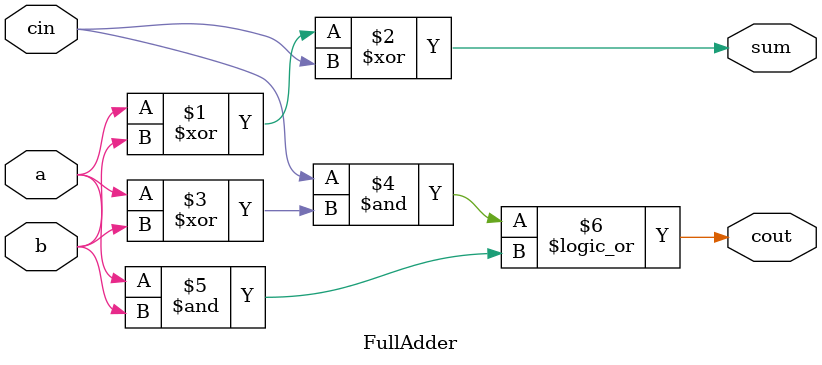
<source format=v>
module FullAdder(a, b, cin, sum, cout);
	input a, b, cin;
	output cout, sum;
	
	assign sum = a ^ b ^ cin;
	assign cout = (cin & (a ^ b)) || (a & b);
endmodule
</source>
